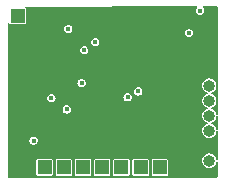
<source format=gbr>
%TF.GenerationSoftware,KiCad,Pcbnew,7.0.2-6a45011f42~172~ubuntu22.04.1*%
%TF.CreationDate,2023-05-25T04:45:34+08:00*%
%TF.ProjectId,fly2040_min,666c7932-3034-4305-9f6d-696e2e6b6963,rev?*%
%TF.SameCoordinates,PX4323800PY2f1c8c0*%
%TF.FileFunction,Copper,L3,Inr*%
%TF.FilePolarity,Positive*%
%FSLAX46Y46*%
G04 Gerber Fmt 4.6, Leading zero omitted, Abs format (unit mm)*
G04 Created by KiCad (PCBNEW 7.0.2-6a45011f42~172~ubuntu22.04.1) date 2023-05-25 04:45:34*
%MOMM*%
%LPD*%
G01*
G04 APERTURE LIST*
%TA.AperFunction,ComponentPad*%
%ADD10R,1.200000X1.200000*%
%TD*%
%TA.AperFunction,ComponentPad*%
%ADD11O,1.000000X1.000000*%
%TD*%
%TA.AperFunction,ViaPad*%
%ADD12C,0.450000*%
%TD*%
G04 APERTURE END LIST*
D10*
%TO.N,+3V3*%
%TO.C,J10*%
X17780000Y-14150000D03*
%TD*%
%TO.N,GND*%
%TO.C,J9*%
X9642500Y-14150000D03*
%TD*%
%TO.N,NS_SCL*%
%TO.C,J7*%
X6387500Y-14150000D03*
%TD*%
%TO.N,NS_SDA*%
%TO.C,J6*%
X8020000Y-14150000D03*
%TD*%
%TO.N,NS_D0*%
%TO.C,J5*%
X16152500Y-14150000D03*
%TD*%
%TO.N,NS_CMD*%
%TO.C,J4*%
X14525000Y-14150000D03*
%TD*%
%TO.N,NS_CLK*%
%TO.C,J3*%
X12897500Y-14150000D03*
%TD*%
%TO.N,NS_RST*%
%TO.C,J2*%
X11270000Y-14150000D03*
%TD*%
%TO.N,NS_CPU*%
%TO.C,J1*%
X4110000Y-1320000D03*
%TD*%
D11*
%TO.N,RST*%
%TO.C,J8*%
X20344248Y-7218121D03*
%TO.N,BOOT*%
X20344248Y-8488121D03*
%TO.N,D+*%
X20344248Y-9758121D03*
%TO.N,D-*%
X20344248Y-11028121D03*
%TO.N,+3V3*%
X20344248Y-12298121D03*
%TO.N,GND*%
X20344248Y-13568121D03*
%TD*%
D12*
%TO.N,RST*%
X8280000Y-9240000D03*
%TO.N,NS_SCL*%
X9740000Y-4210000D03*
%TO.N,NS_SDA*%
X10680000Y-3530000D03*
%TO.N,BOOT*%
X19550000Y-870000D03*
%TO.N,+3V3*%
X19490000Y-4080000D03*
%TO.N,BOOT*%
X5470000Y-11870000D03*
%TO.N,+3V3*%
X10410000Y-11590000D03*
X3860000Y-9340000D03*
%TO.N,+1V1*%
X6970000Y-8270000D03*
%TO.N,+3V3*%
X9520000Y-5940000D03*
%TO.N,GND*%
X13430000Y-8200000D03*
X8400000Y-2420000D03*
X18620000Y-2760000D03*
%TO.N,+3V3*%
X8160000Y-10630000D03*
X15300000Y-2060000D03*
X15435000Y-9300000D03*
X11635000Y-1300000D03*
X17290000Y-6970000D03*
%TO.N,+1V1*%
X9530000Y-6995000D03*
X14320000Y-7715000D03*
%TD*%
%TA.AperFunction,Conductor*%
%TO.N,+3V3*%
G36*
X21040522Y-529376D02*
G01*
X21054932Y-564000D01*
X21054932Y-564151D01*
X21045774Y-7198605D01*
X21038355Y-7216443D01*
X21045720Y-7238186D01*
X21044040Y-8455429D01*
X21029883Y-8489471D01*
X21033822Y-8491745D01*
X21043948Y-8521643D01*
X21042305Y-9712252D01*
X21027905Y-9746880D01*
X21001714Y-9757686D01*
X21032051Y-9775202D01*
X21042177Y-9805099D01*
X21040570Y-10969075D01*
X21026170Y-11003703D01*
X20991502Y-11018007D01*
X20956874Y-11003607D01*
X20942989Y-10975402D01*
X20929292Y-10871358D01*
X20913486Y-10833201D01*
X20868784Y-10725280D01*
X20832445Y-10677922D01*
X20772530Y-10599838D01*
X20647090Y-10503586D01*
X20647089Y-10503585D01*
X20501010Y-10443077D01*
X20490566Y-10441702D01*
X20458088Y-10422950D01*
X20448381Y-10386725D01*
X20467133Y-10354247D01*
X20490566Y-10344540D01*
X20490856Y-10344501D01*
X20501010Y-10343165D01*
X20647089Y-10282657D01*
X20772530Y-10186403D01*
X20868784Y-10060962D01*
X20929292Y-9914883D01*
X20944596Y-9798634D01*
X20963348Y-9766157D01*
X20988796Y-9759337D01*
X20958609Y-9746784D01*
X20944724Y-9718580D01*
X20943891Y-9712252D01*
X20929292Y-9601359D01*
X20868784Y-9455280D01*
X20787740Y-9349661D01*
X20772530Y-9329838D01*
X20647090Y-9233586D01*
X20647089Y-9233585D01*
X20501010Y-9173077D01*
X20490566Y-9171702D01*
X20458088Y-9152950D01*
X20448381Y-9116725D01*
X20467133Y-9084247D01*
X20490566Y-9074540D01*
X20490856Y-9074501D01*
X20501010Y-9073165D01*
X20647089Y-9012657D01*
X20772530Y-8916403D01*
X20868784Y-8790962D01*
X20929292Y-8644883D01*
X20946367Y-8515178D01*
X20960813Y-8490156D01*
X20960344Y-8489961D01*
X20946459Y-8461757D01*
X20935651Y-8379662D01*
X20929292Y-8331359D01*
X20868784Y-8185280D01*
X20832445Y-8137922D01*
X20772530Y-8059838D01*
X20647090Y-7963586D01*
X20647089Y-7963585D01*
X20501010Y-7903077D01*
X20490566Y-7901702D01*
X20458088Y-7882950D01*
X20448381Y-7846725D01*
X20467133Y-7814247D01*
X20490566Y-7804540D01*
X20490856Y-7804501D01*
X20501010Y-7803165D01*
X20647089Y-7742657D01*
X20772530Y-7646403D01*
X20868784Y-7520962D01*
X20929292Y-7374883D01*
X20948139Y-7231721D01*
X20955286Y-7219342D01*
X20948193Y-7204933D01*
X20929292Y-7061359D01*
X20868784Y-6915280D01*
X20832445Y-6867922D01*
X20772530Y-6789838D01*
X20647090Y-6693586D01*
X20647089Y-6693585D01*
X20501010Y-6633077D01*
X20344248Y-6612439D01*
X20344247Y-6612439D01*
X20187485Y-6633077D01*
X20041405Y-6693586D01*
X19915965Y-6789838D01*
X19819713Y-6915278D01*
X19819712Y-6915279D01*
X19819712Y-6915280D01*
X19759204Y-7061359D01*
X19738566Y-7218121D01*
X19759204Y-7374883D01*
X19819712Y-7520962D01*
X19819713Y-7520963D01*
X19915965Y-7646403D01*
X19994049Y-7706318D01*
X20041407Y-7742657D01*
X20149328Y-7787359D01*
X20187485Y-7803165D01*
X20197929Y-7804540D01*
X20230407Y-7823292D01*
X20240114Y-7859517D01*
X20221362Y-7891995D01*
X20197929Y-7901702D01*
X20187485Y-7903076D01*
X20041405Y-7963586D01*
X19915965Y-8059838D01*
X19819713Y-8185278D01*
X19768192Y-8309661D01*
X19759204Y-8331359D01*
X19738566Y-8488121D01*
X19759204Y-8644883D01*
X19819712Y-8790962D01*
X19819713Y-8790963D01*
X19915965Y-8916403D01*
X19963536Y-8952905D01*
X20041407Y-9012657D01*
X20149328Y-9057359D01*
X20187485Y-9073165D01*
X20197929Y-9074540D01*
X20230407Y-9093292D01*
X20240114Y-9129517D01*
X20221362Y-9161995D01*
X20197929Y-9171702D01*
X20187485Y-9173076D01*
X20041405Y-9233586D01*
X19915965Y-9329838D01*
X19819713Y-9455278D01*
X19759204Y-9601358D01*
X19740059Y-9746784D01*
X19738566Y-9758121D01*
X19759204Y-9914883D01*
X19819712Y-10060962D01*
X19819713Y-10060963D01*
X19915965Y-10186403D01*
X19994049Y-10246318D01*
X20041407Y-10282657D01*
X20149328Y-10327359D01*
X20187485Y-10343165D01*
X20197929Y-10344540D01*
X20230407Y-10363292D01*
X20240114Y-10399517D01*
X20221362Y-10431995D01*
X20197929Y-10441702D01*
X20187485Y-10443076D01*
X20041405Y-10503586D01*
X19915965Y-10599838D01*
X19819713Y-10725278D01*
X19759204Y-10871358D01*
X19739898Y-11018007D01*
X19738566Y-11028121D01*
X19759204Y-11184883D01*
X19819712Y-11330962D01*
X19819713Y-11330963D01*
X19915965Y-11456403D01*
X19992502Y-11515131D01*
X20041407Y-11552657D01*
X20187486Y-11613165D01*
X20344248Y-11633803D01*
X20501010Y-11613165D01*
X20647089Y-11552657D01*
X20772530Y-11456403D01*
X20868784Y-11330962D01*
X20929292Y-11184883D01*
X20942824Y-11082090D01*
X20961575Y-11049613D01*
X20997800Y-11039906D01*
X21030279Y-11058657D01*
X21040405Y-11088555D01*
X21037101Y-13482721D01*
X21022701Y-13517349D01*
X20988033Y-13531653D01*
X20953405Y-13517253D01*
X20939520Y-13489049D01*
X20935081Y-13455331D01*
X20929292Y-13411359D01*
X20868784Y-13265280D01*
X20832445Y-13217922D01*
X20772530Y-13139838D01*
X20647090Y-13043586D01*
X20647089Y-13043585D01*
X20501010Y-12983077D01*
X20344248Y-12962439D01*
X20187485Y-12983077D01*
X20041405Y-13043586D01*
X19915965Y-13139838D01*
X19819713Y-13265278D01*
X19759204Y-13411358D01*
X19753415Y-13455330D01*
X19738566Y-13568121D01*
X19759204Y-13724883D01*
X19819712Y-13870962D01*
X19819713Y-13870963D01*
X19915965Y-13996403D01*
X19994049Y-14056318D01*
X20041407Y-14092657D01*
X20187486Y-14153165D01*
X20344248Y-14173803D01*
X20501010Y-14153165D01*
X20647089Y-14092657D01*
X20772530Y-13996403D01*
X20868784Y-13870962D01*
X20929292Y-13724883D01*
X20939281Y-13649002D01*
X20958032Y-13616525D01*
X20994257Y-13606818D01*
X21026736Y-13625569D01*
X21036862Y-13655467D01*
X21035067Y-14956150D01*
X21020667Y-14990778D01*
X20986150Y-15005082D01*
X3349133Y-15034916D01*
X3314460Y-15020623D01*
X3300050Y-14986000D01*
X3300284Y-14759897D01*
X5687000Y-14759897D01*
X5692830Y-14789213D01*
X5715042Y-14822456D01*
X5715043Y-14822457D01*
X5748287Y-14844669D01*
X5777601Y-14850500D01*
X6997398Y-14850499D01*
X7026713Y-14844669D01*
X7059957Y-14822457D01*
X7082169Y-14789213D01*
X7088000Y-14759899D01*
X7088000Y-14759897D01*
X7319500Y-14759897D01*
X7325330Y-14789213D01*
X7347542Y-14822456D01*
X7347543Y-14822457D01*
X7380787Y-14844669D01*
X7410101Y-14850500D01*
X8629898Y-14850499D01*
X8659213Y-14844669D01*
X8692457Y-14822457D01*
X8714669Y-14789213D01*
X8720500Y-14759899D01*
X8720500Y-14759897D01*
X8942000Y-14759897D01*
X8947830Y-14789213D01*
X8970042Y-14822456D01*
X8970043Y-14822457D01*
X9003287Y-14844669D01*
X9032601Y-14850500D01*
X10252398Y-14850499D01*
X10281713Y-14844669D01*
X10314957Y-14822457D01*
X10337169Y-14789213D01*
X10343000Y-14759899D01*
X10343000Y-14759897D01*
X10569500Y-14759897D01*
X10575330Y-14789213D01*
X10597542Y-14822456D01*
X10597543Y-14822457D01*
X10630787Y-14844669D01*
X10660101Y-14850500D01*
X11879898Y-14850499D01*
X11909213Y-14844669D01*
X11942457Y-14822457D01*
X11964669Y-14789213D01*
X11970500Y-14759899D01*
X11970500Y-14759897D01*
X12197000Y-14759897D01*
X12202830Y-14789213D01*
X12225042Y-14822456D01*
X12225043Y-14822457D01*
X12258287Y-14844669D01*
X12287601Y-14850500D01*
X13507398Y-14850499D01*
X13536713Y-14844669D01*
X13569957Y-14822457D01*
X13592169Y-14789213D01*
X13598000Y-14759899D01*
X13598000Y-14759897D01*
X13824500Y-14759897D01*
X13830330Y-14789213D01*
X13852542Y-14822456D01*
X13852543Y-14822457D01*
X13885787Y-14844669D01*
X13915101Y-14850500D01*
X15134898Y-14850499D01*
X15164213Y-14844669D01*
X15197457Y-14822457D01*
X15219669Y-14789213D01*
X15225500Y-14759899D01*
X15225500Y-14759897D01*
X15452000Y-14759897D01*
X15457830Y-14789213D01*
X15480042Y-14822456D01*
X15480043Y-14822457D01*
X15513287Y-14844669D01*
X15542601Y-14850500D01*
X16762398Y-14850499D01*
X16791713Y-14844669D01*
X16824957Y-14822457D01*
X16847169Y-14789213D01*
X16853000Y-14759899D01*
X16852999Y-13540102D01*
X16847169Y-13510787D01*
X16847169Y-13510786D01*
X16824957Y-13477543D01*
X16824956Y-13477542D01*
X16791713Y-13455331D01*
X16791712Y-13455330D01*
X16791711Y-13455330D01*
X16762400Y-13449500D01*
X15542602Y-13449500D01*
X15513286Y-13455330D01*
X15480043Y-13477542D01*
X15457830Y-13510788D01*
X15452000Y-13540099D01*
X15452000Y-14759897D01*
X15225500Y-14759897D01*
X15225499Y-13540102D01*
X15219669Y-13510787D01*
X15219669Y-13510786D01*
X15197457Y-13477543D01*
X15197456Y-13477542D01*
X15164213Y-13455331D01*
X15164212Y-13455330D01*
X15164211Y-13455330D01*
X15134900Y-13449500D01*
X13915102Y-13449500D01*
X13885786Y-13455330D01*
X13852543Y-13477542D01*
X13830330Y-13510788D01*
X13824500Y-13540099D01*
X13824500Y-14759897D01*
X13598000Y-14759897D01*
X13597999Y-13540102D01*
X13592169Y-13510787D01*
X13592169Y-13510786D01*
X13569957Y-13477543D01*
X13569956Y-13477542D01*
X13536713Y-13455331D01*
X13536712Y-13455330D01*
X13536711Y-13455330D01*
X13507400Y-13449500D01*
X12287602Y-13449500D01*
X12258286Y-13455330D01*
X12225043Y-13477542D01*
X12202830Y-13510788D01*
X12197000Y-13540099D01*
X12197000Y-14759897D01*
X11970500Y-14759897D01*
X11970499Y-13540102D01*
X11964669Y-13510787D01*
X11964669Y-13510786D01*
X11942457Y-13477543D01*
X11942456Y-13477542D01*
X11909213Y-13455331D01*
X11909212Y-13455330D01*
X11909211Y-13455330D01*
X11879900Y-13449500D01*
X10660102Y-13449500D01*
X10630786Y-13455330D01*
X10597543Y-13477542D01*
X10575330Y-13510788D01*
X10569500Y-13540099D01*
X10569500Y-14759897D01*
X10343000Y-14759897D01*
X10342999Y-13540102D01*
X10337169Y-13510787D01*
X10337169Y-13510786D01*
X10314957Y-13477543D01*
X10314956Y-13477542D01*
X10281713Y-13455331D01*
X10281712Y-13455330D01*
X10281711Y-13455330D01*
X10252400Y-13449500D01*
X9032602Y-13449500D01*
X9003286Y-13455330D01*
X8970043Y-13477542D01*
X8947830Y-13510788D01*
X8942000Y-13540099D01*
X8942000Y-14759897D01*
X8720500Y-14759897D01*
X8720499Y-13540102D01*
X8714669Y-13510787D01*
X8714669Y-13510786D01*
X8692457Y-13477543D01*
X8692456Y-13477542D01*
X8659213Y-13455331D01*
X8659212Y-13455330D01*
X8659211Y-13455330D01*
X8629900Y-13449500D01*
X7410102Y-13449500D01*
X7380786Y-13455330D01*
X7347543Y-13477542D01*
X7325330Y-13510788D01*
X7319500Y-13540099D01*
X7319500Y-14759897D01*
X7088000Y-14759897D01*
X7087999Y-13540102D01*
X7082169Y-13510787D01*
X7082169Y-13510786D01*
X7059957Y-13477543D01*
X7059956Y-13477542D01*
X7026713Y-13455331D01*
X7026712Y-13455330D01*
X7026711Y-13455330D01*
X6997400Y-13449500D01*
X5777602Y-13449500D01*
X5748286Y-13455330D01*
X5715043Y-13477542D01*
X5692830Y-13510788D01*
X5687000Y-13540099D01*
X5687000Y-14759897D01*
X3300284Y-14759897D01*
X3303276Y-11870000D01*
X5115131Y-11870000D01*
X5132499Y-11979662D01*
X5182905Y-12078587D01*
X5261413Y-12157095D01*
X5293554Y-12173472D01*
X5360337Y-12207500D01*
X5386718Y-12211678D01*
X5470000Y-12224869D01*
X5564667Y-12209874D01*
X5579662Y-12207500D01*
X5613053Y-12190486D01*
X5678587Y-12157095D01*
X5757095Y-12078587D01*
X5790486Y-12013053D01*
X5807500Y-11979662D01*
X5809874Y-11964667D01*
X5824869Y-11870000D01*
X5807500Y-11760339D01*
X5807500Y-11760337D01*
X5757094Y-11661412D01*
X5678587Y-11582905D01*
X5579662Y-11532499D01*
X5470000Y-11515131D01*
X5360337Y-11532499D01*
X5261412Y-11582905D01*
X5182905Y-11661412D01*
X5132499Y-11760337D01*
X5115131Y-11870000D01*
X3303276Y-11870000D01*
X3305999Y-9240000D01*
X7925131Y-9240000D01*
X7942499Y-9349662D01*
X7992904Y-9448586D01*
X7992905Y-9448587D01*
X8071413Y-9527095D01*
X8103554Y-9543472D01*
X8170337Y-9577500D01*
X8196718Y-9581678D01*
X8280000Y-9594869D01*
X8374667Y-9579874D01*
X8389662Y-9577500D01*
X8423053Y-9560486D01*
X8488587Y-9527095D01*
X8567095Y-9448587D01*
X8600486Y-9383053D01*
X8617500Y-9349662D01*
X8620640Y-9329838D01*
X8634869Y-9240000D01*
X8617500Y-9130339D01*
X8617500Y-9130337D01*
X8567094Y-9031412D01*
X8488587Y-8952905D01*
X8389662Y-8902499D01*
X8280000Y-8885131D01*
X8170337Y-8902499D01*
X8071412Y-8952905D01*
X7992905Y-9031412D01*
X7942499Y-9130337D01*
X7925131Y-9240000D01*
X3305999Y-9240000D01*
X3307003Y-8270000D01*
X6615131Y-8270000D01*
X6632499Y-8379662D01*
X6682905Y-8478587D01*
X6761413Y-8557095D01*
X6793554Y-8573472D01*
X6860337Y-8607500D01*
X6886718Y-8611678D01*
X6970000Y-8624869D01*
X7064667Y-8609874D01*
X7079662Y-8607500D01*
X7113053Y-8590486D01*
X7178587Y-8557095D01*
X7257095Y-8478587D01*
X7292762Y-8408587D01*
X7307500Y-8379662D01*
X7315150Y-8331359D01*
X7324869Y-8270000D01*
X7313782Y-8200000D01*
X13075131Y-8200000D01*
X13092499Y-8309662D01*
X13128167Y-8379662D01*
X13142905Y-8408587D01*
X13221413Y-8487095D01*
X13253554Y-8503472D01*
X13320337Y-8537500D01*
X13346718Y-8541678D01*
X13430000Y-8554869D01*
X13524667Y-8539874D01*
X13539662Y-8537500D01*
X13573053Y-8520486D01*
X13638587Y-8487095D01*
X13717095Y-8408587D01*
X13750486Y-8343053D01*
X13767500Y-8309662D01*
X13773782Y-8270000D01*
X13784869Y-8200000D01*
X13767500Y-8090339D01*
X13767500Y-8090337D01*
X13733472Y-8023554D01*
X13717095Y-7991413D01*
X13638587Y-7912905D01*
X13638586Y-7912905D01*
X13539662Y-7862499D01*
X13430000Y-7845131D01*
X13320337Y-7862499D01*
X13221412Y-7912905D01*
X13142905Y-7991412D01*
X13092499Y-8090337D01*
X13075131Y-8200000D01*
X7313782Y-8200000D01*
X7307500Y-8160339D01*
X7307500Y-8160337D01*
X7271832Y-8090337D01*
X7257095Y-8061413D01*
X7178587Y-7982905D01*
X7178586Y-7982905D01*
X7079662Y-7932499D01*
X6970000Y-7915131D01*
X6860337Y-7932499D01*
X6761412Y-7982905D01*
X6682905Y-8061412D01*
X6632499Y-8160337D01*
X6615131Y-8270000D01*
X3307003Y-8270000D01*
X3307578Y-7715000D01*
X13965131Y-7715000D01*
X13982499Y-7824662D01*
X14027462Y-7912905D01*
X14032905Y-7923587D01*
X14111413Y-8002095D01*
X14143554Y-8018472D01*
X14210337Y-8052500D01*
X14236718Y-8056678D01*
X14320000Y-8069869D01*
X14414667Y-8054874D01*
X14429662Y-8052500D01*
X14463053Y-8035486D01*
X14528587Y-8002095D01*
X14607095Y-7923587D01*
X14647070Y-7845131D01*
X14657500Y-7824662D01*
X14670488Y-7742657D01*
X14674869Y-7715000D01*
X14657500Y-7605339D01*
X14657500Y-7605337D01*
X14623472Y-7538554D01*
X14607095Y-7506413D01*
X14528587Y-7427905D01*
X14528586Y-7427904D01*
X14429662Y-7377499D01*
X14320000Y-7360131D01*
X14210337Y-7377499D01*
X14111412Y-7427905D01*
X14032905Y-7506412D01*
X13982499Y-7605337D01*
X13965131Y-7715000D01*
X3307578Y-7715000D01*
X3308323Y-6995000D01*
X9175131Y-6995000D01*
X9192499Y-7104662D01*
X9242905Y-7203587D01*
X9321413Y-7282095D01*
X9353554Y-7298472D01*
X9420337Y-7332500D01*
X9446718Y-7336678D01*
X9530000Y-7349869D01*
X9624667Y-7334874D01*
X9639662Y-7332500D01*
X9673053Y-7315486D01*
X9738587Y-7282095D01*
X9817095Y-7203587D01*
X9850486Y-7138053D01*
X9867500Y-7104662D01*
X9869874Y-7089667D01*
X9884869Y-6995000D01*
X9867500Y-6885339D01*
X9867500Y-6885337D01*
X9833472Y-6818554D01*
X9817095Y-6786413D01*
X9738587Y-6707905D01*
X9738586Y-6707905D01*
X9639662Y-6657499D01*
X9530000Y-6640131D01*
X9420337Y-6657499D01*
X9321412Y-6707905D01*
X9242905Y-6786412D01*
X9192499Y-6885337D01*
X9175131Y-6995000D01*
X3308323Y-6995000D01*
X3311205Y-4210000D01*
X9385131Y-4210000D01*
X9402499Y-4319662D01*
X9452904Y-4418586D01*
X9452905Y-4418587D01*
X9531413Y-4497095D01*
X9563554Y-4513472D01*
X9630337Y-4547500D01*
X9656718Y-4551678D01*
X9740000Y-4564869D01*
X9834667Y-4549874D01*
X9849662Y-4547500D01*
X9883053Y-4530486D01*
X9948587Y-4497095D01*
X10027095Y-4418587D01*
X10060486Y-4353053D01*
X10077500Y-4319662D01*
X10079874Y-4304667D01*
X10094869Y-4210000D01*
X10077500Y-4100339D01*
X10077500Y-4100337D01*
X10027094Y-4001412D01*
X9948587Y-3922905D01*
X9849662Y-3872499D01*
X9740000Y-3855131D01*
X9630337Y-3872499D01*
X9531412Y-3922905D01*
X9452905Y-4001412D01*
X9402499Y-4100337D01*
X9385131Y-4210000D01*
X3311205Y-4210000D01*
X3311909Y-3530000D01*
X10325131Y-3530000D01*
X10342499Y-3639662D01*
X10392904Y-3738586D01*
X10392905Y-3738587D01*
X10471413Y-3817095D01*
X10503554Y-3833472D01*
X10570337Y-3867500D01*
X10596718Y-3871678D01*
X10680000Y-3884869D01*
X10774667Y-3869874D01*
X10789662Y-3867500D01*
X10823053Y-3850486D01*
X10888587Y-3817095D01*
X10967095Y-3738587D01*
X11000486Y-3673053D01*
X11017500Y-3639662D01*
X11019874Y-3624667D01*
X11034869Y-3530000D01*
X11017500Y-3420339D01*
X11017500Y-3420337D01*
X10967094Y-3321412D01*
X10888587Y-3242905D01*
X10789662Y-3192499D01*
X10680000Y-3175131D01*
X10570337Y-3192499D01*
X10471412Y-3242905D01*
X10392905Y-3321412D01*
X10342499Y-3420337D01*
X10325131Y-3530000D01*
X3311909Y-3530000D01*
X3313058Y-2420000D01*
X8045131Y-2420000D01*
X8062499Y-2529662D01*
X8112904Y-2628586D01*
X8112905Y-2628587D01*
X8191413Y-2707095D01*
X8223554Y-2723472D01*
X8290337Y-2757500D01*
X8316718Y-2761678D01*
X8400000Y-2774869D01*
X8493872Y-2760000D01*
X18265131Y-2760000D01*
X18282499Y-2869662D01*
X18332904Y-2968587D01*
X18332905Y-2968587D01*
X18411413Y-3047095D01*
X18443554Y-3063472D01*
X18510337Y-3097500D01*
X18536718Y-3101678D01*
X18620000Y-3114869D01*
X18714667Y-3099874D01*
X18729662Y-3097500D01*
X18763053Y-3080486D01*
X18828587Y-3047095D01*
X18907095Y-2968587D01*
X18940486Y-2903053D01*
X18957500Y-2869662D01*
X18959874Y-2854667D01*
X18974869Y-2760000D01*
X18957500Y-2650339D01*
X18957500Y-2650337D01*
X18907094Y-2551412D01*
X18828587Y-2472905D01*
X18729662Y-2422499D01*
X18620000Y-2405131D01*
X18510337Y-2422499D01*
X18411412Y-2472905D01*
X18332905Y-2551412D01*
X18282499Y-2650337D01*
X18265131Y-2760000D01*
X8493872Y-2760000D01*
X8494667Y-2759874D01*
X8509662Y-2757500D01*
X8543053Y-2740486D01*
X8608587Y-2707095D01*
X8687095Y-2628587D01*
X8726417Y-2551413D01*
X8737500Y-2529662D01*
X8746489Y-2472905D01*
X8754869Y-2420000D01*
X8737500Y-2310339D01*
X8737500Y-2310337D01*
X8687094Y-2211412D01*
X8608587Y-2132905D01*
X8509662Y-2082499D01*
X8400000Y-2065131D01*
X8290337Y-2082499D01*
X8191412Y-2132905D01*
X8112905Y-2211412D01*
X8062499Y-2310337D01*
X8045131Y-2420000D01*
X3313058Y-2420000D01*
X3313550Y-1944977D01*
X3327938Y-1910346D01*
X3362601Y-1896030D01*
X3397234Y-1910418D01*
X3410609Y-1935472D01*
X3415330Y-1959213D01*
X3437542Y-1992456D01*
X3437543Y-1992457D01*
X3470787Y-2014669D01*
X3500101Y-2020500D01*
X4719898Y-2020499D01*
X4749213Y-2014669D01*
X4782457Y-1992457D01*
X4804669Y-1959213D01*
X4810500Y-1929899D01*
X4810499Y-710102D01*
X4810499Y-710101D01*
X4804669Y-680786D01*
X4791724Y-661413D01*
X4782457Y-647543D01*
X4759571Y-632252D01*
X4738737Y-601072D01*
X4746052Y-564289D01*
X4777234Y-543453D01*
X4786709Y-542511D01*
X19287950Y-517988D01*
X19322623Y-532281D01*
X19337033Y-566905D01*
X19322740Y-601578D01*
X19322681Y-601636D01*
X19262905Y-661412D01*
X19212499Y-760337D01*
X19195131Y-870000D01*
X19212499Y-979662D01*
X19262905Y-1078586D01*
X19262905Y-1078587D01*
X19341413Y-1157095D01*
X19373554Y-1173472D01*
X19440337Y-1207500D01*
X19466718Y-1211678D01*
X19550000Y-1224869D01*
X19644667Y-1209874D01*
X19659662Y-1207500D01*
X19693053Y-1190486D01*
X19758587Y-1157095D01*
X19837095Y-1078587D01*
X19870486Y-1013053D01*
X19887500Y-979662D01*
X19889874Y-964667D01*
X19904869Y-870000D01*
X19887500Y-760339D01*
X19887500Y-760337D01*
X19850833Y-688375D01*
X19837095Y-661413D01*
X19776433Y-600751D01*
X19762081Y-566103D01*
X19776433Y-531455D01*
X19810996Y-517103D01*
X21005849Y-515083D01*
X21040522Y-529376D01*
G37*
%TD.AperFunction*%
%TD*%
M02*

</source>
